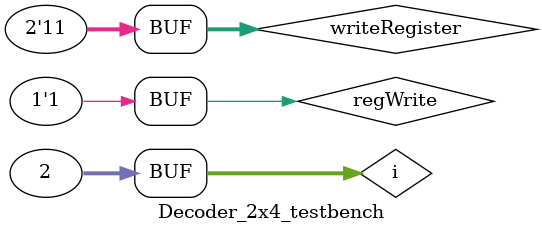
<source format=sv>
`timescale 1ps/1ps

module Decoder_2x4(regWrite, writeRegister, out);
	input logic regWrite;
	input logic [1:0] writeRegister;
	output logic [3:0] out;
	
	logic notR0, notR1;
	inverter inv0 (.in(writeRegister[0]), .out(notR0));
	inverter inv1 (.in(writeRegister[1]), .out(notR1));
	
	and_gate_3_inputs and0 (.a(notR0), .b(notR1), .c(regWrite), .out(out[0]));
	and_gate_3_inputs and1 (.a(writeRegister[0]), .b(notR1), .c(regWrite), .out(out[1]));
	and_gate_3_inputs and2 (.a(notR0), .b(writeRegister[1]), .c(regWrite), .out(out[2]));
	and_gate_3_inputs and3 (.a(writeRegister[0]), .b(writeRegister[1]), .c(regWrite), .out(out[3]));

endmodule

module Decoder_2x4_testbench();
	logic regWrite;
	logic [1:0] writeRegister;
	logic [3:0] out;
	
	Decoder_2x4 dut (.regWrite, .writeRegister, .out);
	
	integer i;
	initial begin
		regWrite = 1;
		for (i = 0; i < 2; i++) begin
			writeRegister = 2'b00; #50;
			writeRegister = 2'b01; #50;
			writeRegister = 2'b10; #50;
			writeRegister = 2'b11; #50;
			regWrite = ~regWrite; #50;
			#50;
		end
	end

endmodule 
</source>
